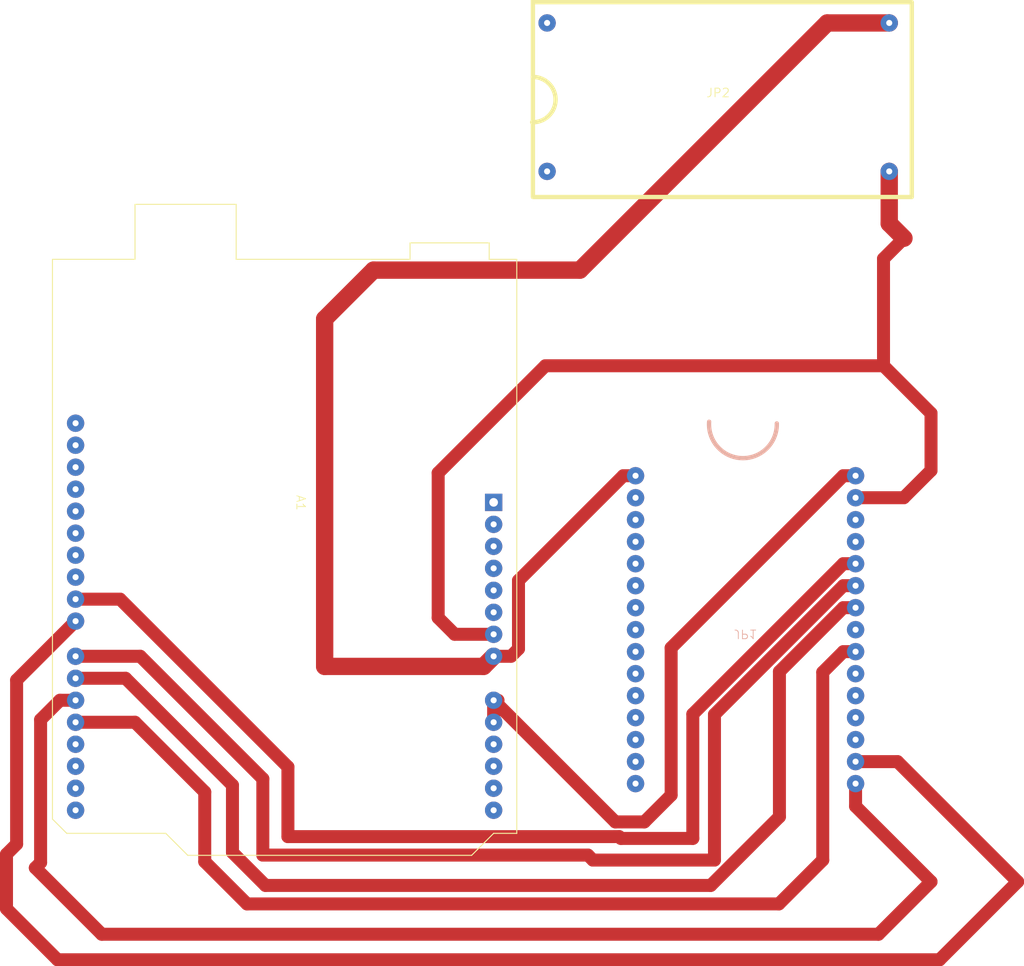
<source format=kicad_pcb>
(kicad_pcb (version 20221018) (generator pcbnew)
  (layers (0 "F.Cu" signal) (31 "B.Cu" signal) (34 "B.Paste" user) (35 "F.Paste" user) (36 "B.SilkS" user "B.Silkscreen") (37 "F.SilkS" user "F.Silkscreen") (38 "B.Mask" user) (39 "F.Mask" user) (44 "Edge.Cuts" user))
  (net 0 "")
  (net 7 "Net-(JP2-out-)")
  (net 8 "Net-(A1-VIN)")
  (net 9 "Net-(A1-A0)")
  (net 18 "Net-(A1-D4)")
  (net 19 "Net-(A1-D5)")
  (net 20 "Net-(A1-D6)")
  (net 21 "Net-(A1-D7)")
  (net 22 "Net-(A1-D8)")
  (net 23 "Net-(A1-D9)")
  (net 45 "VCC")
  (net 46 "GND")
  (footprint "Buck_Boost_Converter:Buck Converter" (layer "F.Cu") (at 115.4279 34.3841)
    (fp_text reference "JP2" (at 0 -0.5 unlocked) (layer "F.SilkS") (effects (font (thickness 0.1))))
    (fp_text value "~")
    (fp_rect (start -21.3868 -10.9728) (end 22.352 11.5316) (stroke (width 0.5)) (fill none) (layer "F.SilkS"))
    (fp_arc (start -21.3868 -2.3368) (mid -18.770995 0.324878) (end -21.477743 2.894019) (stroke (width 0.5)) (layer "F.SilkS"))
    (pad "1" thru_hole oval (at -19.7485 -8.5725) (size 2 2) (drill 0.7) (layers "*.Cu" "*.Mask") (net 45 "VCC"))
    (pad "2" thru_hole oval (at -19.7485 8.5725) (size 2 2) (drill 0.7) (layers "*.Cu" "*.Mask") (net 46 "GND"))
    (pad "3" thru_hole oval (at 19.7485 -8.5725) (size 2 2) (drill 0.7) (layers "*.Cu" "*.Mask") (net 8 "Net-(A1-VIN)"))
    (pad "4" thru_hole oval (at 19.7485 8.5725) (size 2 2) (drill 0.7) (layers "*.Cu" "*.Mask") (net 7 "Net-(JP2-out-)"))
  )
  (footprint "Monster_motor_shield:monster_motor_shield" (layer "F.Cu") (at 66.7488 81.2344 -90)
    (fp_text reference "A1" (at 0 -0.5 -90 unlocked) (layer "F.SilkS") (effects (font (thickness 0.1))))
    (fp_text value "Arduino_UNO_R2")
    (fp_line (start -34.4708 6.9616) (end -34.4708 18.6416) (stroke (width 0.12)) (layer "F.SilkS"))
    (fp_line (start -34.4708 18.6416) (end -28.1208 18.6416) (stroke (width 0.12)) (layer "F.SilkS"))
    (fp_line (start -30.0208 -22.2484) (end -30.0208 -13.1084) (stroke (width 0.12)) (layer "F.SilkS"))
    (fp_line (start -30.0208 -13.1084) (end -28.1208 -13.1084) (stroke (width 0.12)) (layer "F.SilkS"))
    (fp_line (start -28.1208 -25.4284) (end -28.1208 -22.2484) (stroke (width 0.12)) (layer "F.SilkS"))
    (fp_line (start -28.1208 -22.2484) (end -30.0208 -22.2484) (stroke (width 0.12)) (layer "F.SilkS"))
    (fp_line (start -28.1208 -13.1084) (end -28.1208 6.9616) (stroke (width 0.12)) (layer "F.SilkS"))
    (fp_line (start -28.1208 6.9616) (end -34.4708 6.9616) (stroke (width 0.12)) (layer "F.SilkS"))
    (fp_line (start -28.1208 18.6416) (end -28.1208 28.1716) (stroke (width 0.12)) (layer "F.SilkS"))
    (fp_line (start -28.1208 28.1716) (end 36.5292 28.1716) (stroke (width 0.12)) (layer "F.SilkS"))
    (fp_line (start 36.5292 28.1716) (end 38.1792 26.5216) (stroke (width 0.12)) (layer "F.SilkS"))
    (fp_line (start 38.1792 -25.4284) (end -28.1208 -25.4284) (stroke (width 0.12)) (layer "F.SilkS"))
    (fp_line (start 38.1792 -22.7584) (end 38.1792 -25.4284) (stroke (width 0.12)) (layer "F.SilkS"))
    (fp_line (start 38.1792 15.0916) (end 40.7192 12.5516) (stroke (width 0.12)) (layer "F.SilkS"))
    (fp_line (start 38.1792 26.5216) (end 38.1792 15.0916) (stroke (width 0.12)) (layer "F.SilkS"))
    (fp_line (start 40.7192 -20.2184) (end 38.1792 -22.7584) (stroke (width 0.12)) (layer "F.SilkS"))
    (fp_line (start 40.7192 12.5516) (end 40.7192 -20.2184) (stroke (width 0.12)) (layer "F.SilkS"))
    (pad "1" thru_hole rect (at -0.0508 -22.7584) (size 2 2) (drill 1) (layers "*.Cu" "*.Mask"))
    (pad "2" thru_hole oval (at 2.4892 -22.7584) (size 2 2) (drill 0.7) (layers "*.Cu" "*.Mask"))
    (pad "3" thru_hole oval (at 5.0292 -22.7584) (size 2 2) (drill 0.7) (layers "*.Cu" "*.Mask"))
    (pad "4" thru_hole oval (at 7.5692 -22.7584) (size 2 2) (drill 0.7) (layers "*.Cu" "*.Mask"))
    (pad "5" thru_hole oval (at 10.1092 -22.7584) (size 2 2) (drill 0.7) (layers "*.Cu" "*.Mask"))
    (pad "6" thru_hole oval (at 12.6492 -22.7584) (size 2 2) (drill 0.7) (layers "*.Cu" "*.Mask"))
    (pad "7" thru_hole oval (at 15.1892 -22.7584) (size 2 2) (drill 0.7) (layers "*.Cu" "*.Mask") (net 7 "Net-(JP2-out-)"))
    (pad "8" thru_hole oval (at 17.7292 -22.7584) (size 2 2) (drill 0.7) (layers "*.Cu" "*.Mask") (net 8 "Net-(A1-VIN)"))
    (pad "9" thru_hole oval (at 22.8092 -22.7584) (size 2 2) (drill 0.7) (layers "*.Cu" "*.Mask") (net 9 "Net-(A1-A0)"))
    (pad "10" thru_hole oval (at 25.3492 -22.7584) (size 2 2) (drill 0.7) (layers "*.Cu" "*.Mask") (net 9 "Net-(A1-A0)"))
    (pad "11" thru_hole oval (at 27.8892 -22.7584) (size 2 2) (drill 0.7) (layers "*.Cu" "*.Mask"))
    (pad "12" thru_hole oval (at 30.4292 -22.7584) (size 2 2) (drill 0.7) (layers "*.Cu" "*.Mask"))
    (pad "13" thru_hole oval (at 32.9692 -22.7584) (size 2 2) (drill 0.7) (layers "*.Cu" "*.Mask"))
    (pad "14" thru_hole oval (at 35.5092 -22.7584) (size 2 2) (drill 0.7) (layers "*.Cu" "*.Mask"))
    (pad "15" thru_hole oval (at 35.5092 25.5016) (size 2 2) (drill 0.7) (layers "*.Cu" "*.Mask"))
    (pad "16" thru_hole oval (at 32.9692 25.5016) (size 2 2) (drill 0.7) (layers "*.Cu" "*.Mask"))
    (pad "17" thru_hole oval (at 30.4292 25.5016) (size 2 2) (drill 0.7) (layers "*.Cu" "*.Mask"))
    (pad "18" thru_hole oval (at 27.8892 25.5016) (size 2 2) (drill 0.7) (layers "*.Cu" "*.Mask"))
    (pad "19" thru_hole oval (at 25.3492 25.5016) (size 2 2) (drill 0.7) (layers "*.Cu" "*.Mask") (net 18 "Net-(A1-D4)"))
    (pad "20" thru_hole oval (at 22.8092 25.5016) (size 2 2) (drill 0.7) (layers "*.Cu" "*.Mask") (net 19 "Net-(A1-D5)"))
    (pad "21" thru_hole oval (at 20.2692 25.5016) (size 2 2) (drill 0.7) (layers "*.Cu" "*.Mask") (net 20 "Net-(A1-D6)"))
    (pad "22" thru_hole oval (at 17.7292 25.5016) (size 2 2) (drill 0.7) (layers "*.Cu" "*.Mask") (net 21 "Net-(A1-D7)"))
    (pad "23" thru_hole oval (at 13.6692 25.5016) (size 2 2) (drill 0.7) (layers "*.Cu" "*.Mask") (net 22 "Net-(A1-D8)"))
    (pad "24" thru_hole oval (at 11.1292 25.5016) (size 2 2) (drill 0.7) (layers "*.Cu" "*.Mask") (net 23 "Net-(A1-D9)"))
    (pad "25" thru_hole oval (at 8.5892 25.5016) (size 2 2) (drill 0.7) (layers "*.Cu" "*.Mask"))
    (pad "26" thru_hole oval (at 6.0492 25.5016) (size 2 2) (drill 0.7) (layers "*.Cu" "*.Mask"))
    (pad "27" thru_hole oval (at 3.5092 25.5016) (size 2 2) (drill 0.7) (layers "*.Cu" "*.Mask"))
    (pad "28" thru_hole oval (at 0.9692 25.5016) (size 2 2) (drill 0.7) (layers "*.Cu" "*.Mask"))
    (pad "29" thru_hole oval (at -1.5708 25.5016) (size 2 2) (drill 0.7) (layers "*.Cu" "*.Mask"))
    (pad "30" thru_hole oval (at -4.1108 25.5016) (size 2 2) (drill 0.7) (layers "*.Cu" "*.Mask"))
    (pad "31" thru_hole oval (at -6.6508 25.5016) (size 2 2) (drill 0.7) (layers "*.Cu" "*.Mask"))
    (pad "32" thru_hole oval (at -9.1908 25.5016) (size 2 2) (drill 0.7) (layers "*.Cu" "*.Mask"))
  )
  (footprint "ESP32_module:esp32_module" (layer "B.Cu") (at 118.4378 95.9918)
    (fp_text reference "JP1" (at 0.1524 0.3984 180 unlocked) (layer "B.SilkS") (effects (font (thickness 0.1)) (justify mirror)))
    (fp_text value "~")
    (fp_arc (start 3.7592 -23.9268) (mid -0.249891 -19.913496) (end -4.054082 -24.12153) (stroke (width 0.5)) (layer "B.SilkS"))
    (pad "1" thru_hole oval (at -12.5476 17.6784 270) (size 2 2) (drill 0.7) (layers "*.Cu" "*.Mask"))
    (pad "2" thru_hole oval (at -12.5476 15.1384 270) (size 2 2) (drill 0.7) (layers "*.Cu" "*.Mask"))
    (pad "3" thru_hole oval (at -12.5476 12.5984 270) (size 2 2) (drill 0.7) (layers "*.Cu" "*.Mask"))
    (pad "4" thru_hole oval (at -12.5476 10.0584 270) (size 2 2) (drill 0.7) (layers "*.Cu" "*.Mask"))
    (pad "5" thru_hole oval (at -12.5476 7.5184 270) (size 2 2) (drill 0.7) (layers "*.Cu" "*.Mask"))
    (pad "6" thru_hole oval (at -12.5476 4.9784 270) (size 2 2) (drill 0.7) (layers "*.Cu" "*.Mask"))
    (pad "7" thru_hole oval (at -12.5476 2.4384 270) (size 2 2) (drill 0.7) (layers "*.Cu" "*.Mask"))
    (pad "8" thru_hole oval (at -12.5476 -0.1016 270) (size 2 2) (drill 0.7) (layers "*.Cu" "*.Mask"))
    (pad "9" thru_hole oval (at -12.5476 -2.6416 270) (size 2 2) (drill 0.7) (layers "*.Cu" "*.Mask"))
    (pad "10" thru_hole oval (at -12.5476 -5.1816 270) (size 2 2) (drill 0.7) (layers "*.Cu" "*.Mask"))
    (pad "11" thru_hole oval (at -12.5476 -7.7216 270) (size 2 2) (drill 0.7) (layers "*.Cu" "*.Mask"))
    (pad "12" thru_hole oval (at -12.5476 -10.2616 270) (size 2 2) (drill 0.7) (layers "*.Cu" "*.Mask"))
    (pad "13" thru_hole oval (at -12.5476 -12.8016 270) (size 2 2) (drill 0.7) (layers "*.Cu" "*.Mask"))
    (pad "14" thru_hole oval (at -12.5476 -15.3416 270) (size 2 2) (drill 0.7) (layers "*.Cu" "*.Mask"))
    (pad "15" thru_hole oval (at -12.5476 -17.8816 270) (size 2 2) (drill 0.7) (layers "*.Cu" "*.Mask") (net 8 "Net-(A1-VIN)"))
    (pad "16" thru_hole oval (at 12.8524 -17.8816 270) (size 2 2) (drill 0.7) (layers "*.Cu" "*.Mask") (net 9 "Net-(A1-A0)"))
    (pad "17" thru_hole oval (at 12.8524 -15.3416 270) (size 2 2) (drill 0.7) (layers "*.Cu" "*.Mask") (net 7 "Net-(JP2-out-)"))
    (pad "18" thru_hole oval (at 12.8524 -12.8016 270) (size 2 2) (drill 0.7) (layers "*.Cu" "*.Mask"))
    (pad "19" thru_hole oval (at 12.8524 -10.2616 270) (size 2 2) (drill 0.7) (layers "*.Cu" "*.Mask"))
    (pad "20" thru_hole oval (at 12.8524 -7.7216 270) (size 2 2) (drill 0.7) (layers "*.Cu" "*.Mask") (net 23 "Net-(A1-D9)"))
    (pad "21" thru_hole oval (at 12.8524 -5.1816 270) (size 2 2) (drill 0.7) (layers "*.Cu" "*.Mask") (net 21 "Net-(A1-D7)"))
    (pad "22" thru_hole oval (at 12.8524 -2.6416 270) (size 2 2) (drill 0.7) (layers "*.Cu" "*.Mask") (net 20 "Net-(A1-D6)"))
    (pad "23" thru_hole oval (at 12.8524 -0.1016 270) (size 2 2) (drill 0.7) (layers "*.Cu" "*.Mask"))
    (pad "24" thru_hole oval (at 12.8524 2.4384 270) (size 2 2) (drill 0.7) (layers "*.Cu" "*.Mask") (net 18 "Net-(A1-D4)"))
    (pad "25" thru_hole oval (at 12.8524 4.9784 270) (size 2 2) (drill 0.7) (layers "*.Cu" "*.Mask"))
    (pad "26" thru_hole oval (at 12.8524 7.5184 270) (size 2 2) (drill 0.7) (layers "*.Cu" "*.Mask"))
    (pad "27" thru_hole oval (at 12.8524 10.0584 270) (size 2 2) (drill 0.7) (layers "*.Cu" "*.Mask"))
    (pad "28" thru_hole oval (at 12.8524 12.5984 270) (size 2 2) (drill 0.7) (layers "*.Cu" "*.Mask"))
    (pad "29" thru_hole oval (at 12.8524 15.1384 270) (size 2 2) (drill 0.7) (layers "*.Cu" "*.Mask") (net 22 "Net-(A1-D8)"))
    (pad "30" thru_hole oval (at 12.8524 17.6784 270) (size 2 2) (drill 0.7) (layers "*.Cu" "*.Mask") (net 19 "Net-(A1-D5)"))
  )
  (segment (start 83.1064 94.5186) (end 83.1064 77.78) (width 1.5) (layer "F.Cu") (net 7))
  (segment (start 83.1064 77.78) (end 95.4762 65.4102) (width 1.5) (layer "F.Cu") (net 7))
  (segment (start 140 77.5) (end 136.8498 80.6502) (width 1.5) (layer "F.Cu") (net 7))
  (segment (start 134.516 65.4102) (end 140 70.8942) (width 1.5) (layer "F.Cu") (net 7))
  (segment (start 134.516 65.4102) (end 134.516 53.0404) (width 1.5) (layer "F.Cu") (net 7))
  (segment (start 89.5072 96.4236) (end 85.0114 96.4236) (width 1.5) (layer "F.Cu") (net 7))
  (segment (start 95.4762 65.4102) (end 134.516 65.4102) (width 1.5) (layer "F.Cu") (net 7))
  (segment (start 136.8498 80.6502) (end 131.2902 80.6502) (width 1.5) (layer "F.Cu") (net 7))
  (segment (start 135.1764 48.9764) (end 136.8782 50.6782) (width 2) (layer "F.Cu") (net 7))
  (segment (start 134.516 53.0404) (end 136.8782 50.6782) (width 1.5) (layer "F.Cu") (net 7))
  (segment (start 85.0114 96.4236) (end 83.1064 94.5186) (width 1.5) (layer "F.Cu") (net 7))
  (segment (start 140 70.8942) (end 140 77.5) (width 1.5) (layer "F.Cu") (net 7))
  (segment (start 135.1764 42.9566) (end 135.1764 48.9764) (width 2) (layer "F.Cu") (net 7))
  (segment (start 89.5072 98.9636) (end 91.5138 98.9636) (width 1.5) (layer "F.Cu") (net 8))
  (segment (start 135.1764 25.8116) (end 128.0136 25.8116) (width 2) (layer "F.Cu") (net 8))
  (segment (start 99.464 54.3612) (end 75.6388 54.3612) (width 2) (layer "F.Cu") (net 8))
  (segment (start 75.6388 54.3612) (end 70 60) (width 2) (layer "F.Cu") (net 8))
  (segment (start 128.0136 25.8116) (end 99.464 54.3612) (width 2) (layer "F.Cu") (net 8))
  (segment (start 104.475987 78.1102) (end 105.8902 78.1102) (width 1.5) (layer "F.Cu") (net 8))
  (segment (start 92.3774 90.208787) (end 104.475987 78.1102) (width 1.5) (layer "F.Cu") (net 8))
  (segment (start 70 60) (end 70 100.132) (width 2) (layer "F.Cu") (net 8))
  (segment (start 70 100.132) (end 88.3388 100.132) (width 2) (layer "F.Cu") (net 8))
  (segment (start 91.5138 98.9636) (end 92.3774 98.1) (width 1.5) (layer "F.Cu") (net 8))
  (segment (start 88.3388 100.132) (end 89.5072 98.9636) (width 2) (layer "F.Cu") (net 8))
  (segment (start 92.3774 98.1) (end 92.3774 90.208787) (width 1.5) (layer "F.Cu") (net 8))
  (segment (start 103.5552 118.0916) (end 106.9084 118.0916) (width 1.5) (layer "F.Cu") (net 9))
  (segment (start 106.9084 118.0916) (end 110 115) (width 1.5) (layer "F.Cu") (net 9))
  (segment (start 89.5072 106.5836) (end 89.5072 104.0436) (width 1.5) (layer "F.Cu") (net 9))
  (segment (start 89.5072 104.0436) (end 103.5552 118.0916) (width 1.5) (layer "F.Cu") (net 9))
  (segment (start 110 115) (end 110 97.986187) (width 1.5) (layer "F.Cu") (net 9))
  (segment (start 89.5072 104.0436) (end 90.0152 104.0436) (width 1.5) (layer "F.Cu") (net 9))
  (segment (start 110 97.986187) (end 129.875987 78.1102) (width 1.5) (layer "F.Cu") (net 9))
  (segment (start 129.875987 78.1102) (end 131.2902 78.1102) (width 1.5) (layer "F.Cu") (net 9))
  (segment (start 129.875987 98.4302) (end 131.2902 98.4302) (width 1.5) (layer "F.Cu") (net 18))
  (segment (start 61.0338 127.564) (end 122.436 127.564) (width 1.5) (layer "F.Cu") (net 18))
  (segment (start 122.436 127.564) (end 127.5 122.5) (width 1.5) (layer "F.Cu") (net 18))
  (segment (start 48.1052 106.5836) (end 56.157 114.6354) (width 1.5) (layer "F.Cu") (net 18))
  (segment (start 56.157 114.6354) (end 56.157 122.6872) (width 1.5) (layer "F.Cu") (net 18))
  (segment (start 127.5 122.5) (end 127.5 100.806187) (width 1.5) (layer "F.Cu") (net 18))
  (segment (start 41.2472 106.5836) (end 48.1052 106.5836) (width 1.5) (layer "F.Cu") (net 18))
  (segment (start 56.157 122.6872) (end 61.0338 127.564) (width 1.5) (layer "F.Cu") (net 18))
  (segment (start 127.5 100.806187) (end 129.875987 98.4302) (width 1.5) (layer "F.Cu") (net 18))
  (segment (start 37.2086 106.2788) (end 37.2086 122.7888) (width 1.5) (layer "F.Cu") (net 19))
  (segment (start 36.599 123.3984) (end 44.2698 131.0692) (width 1.5) (layer "F.Cu") (net 19))
  (segment (start 39.4438 104.0436) (end 37.2086 106.2788) (width 1.5) (layer "F.Cu") (net 19))
  (segment (start 44.2698 131.0692) (end 133.9308 131.0692) (width 1.5) (layer "F.Cu") (net 19))
  (segment (start 140 125) (end 131.2902 116.2902) (width 1.5) (layer "F.Cu") (net 19))
  (segment (start 133.9308 131.0692) (end 140 125) (width 1.5) (layer "F.Cu") (net 19))
  (segment (start 37.2086 122.7888) (end 36.599 123.3984) (width 1.5) (layer "F.Cu") (net 19))
  (segment (start 131.2902 116.2902) (end 131.2902 113.6702) (width 1.5) (layer "F.Cu") (net 19))
  (segment (start 41.2472 104.0436) (end 39.4438 104.0436) (width 1.5) (layer "F.Cu") (net 19))
  (segment (start 47.013 101.5036) (end 59.3574 113.848) (width 1.5) (layer "F.Cu") (net 20))
  (segment (start 114.5696 125.4304) (end 122.5 117.5) (width 1.5) (layer "F.Cu") (net 20))
  (segment (start 129.875987 93.3502) (end 131.2902 93.3502) (width 1.5) (layer "F.Cu") (net 20))
  (segment (start 63.1674 125.4304) (end 114.5696 125.4304) (width 1.5) (layer "F.Cu") (net 20))
  (segment (start 41.2472 101.5036) (end 47.013 101.5036) (width 1.5) (layer "F.Cu") (net 20))
  (segment (start 59.3574 113.848) (end 59.3574 121.6204) (width 1.5) (layer "F.Cu") (net 20))
  (segment (start 122.5 117.5) (end 122.5 100.726187) (width 1.5) (layer "F.Cu") (net 20))
  (segment (start 59.3574 121.6204) (end 63.1674 125.4304) (width 1.5) (layer "F.Cu") (net 20))
  (segment (start 122.5 100.726187) (end 129.875987 93.3502) (width 1.5) (layer "F.Cu") (net 20))
  (segment (start 41.2472 98.9636) (end 48.7148 98.9636) (width 1.5) (layer "F.Cu") (net 21))
  (segment (start 100.392917 121.9252) (end 100.967717 122.5) (width 1.5) (layer "F.Cu") (net 21))
  (segment (start 62.8626 113.1114) (end 62.8626 121.9252) (width 1.5) (layer "F.Cu") (net 21))
  (segment (start 129.875987 90.8102) (end 131.2902 90.8102) (width 1.5) (layer "F.Cu") (net 21))
  (segment (start 100.967717 122.5) (end 115 122.5) (width 1.5) (layer "F.Cu") (net 21))
  (segment (start 115 122.5) (end 115 105.686187) (width 1.5) (layer "F.Cu") (net 21))
  (segment (start 48.7148 98.9636) (end 62.8626 113.1114) (width 1.5) (layer "F.Cu") (net 21))
  (segment (start 115 105.686187) (end 129.875987 90.8102) (width 1.5) (layer "F.Cu") (net 21))
  (segment (start 62.8626 121.9252) (end 100.392917 121.9252) (width 1.5) (layer "F.Cu") (net 21))
  (segment (start 34.44 120.6552) (end 33.2716 121.8236) (width 1.5) (layer "F.Cu") (net 22))
  (segment (start 33.2716 128.1228) (end 39.1644 134.0156) (width 1.5) (layer "F.Cu") (net 22))
  (segment (start 140.9844 134.0156) (end 150 125) (width 1.5) (layer "F.Cu") (net 22))
  (segment (start 33.2716 121.8236) (end 33.2716 128.1228) (width 1.5) (layer "F.Cu") (net 22))
  (segment (start 136.1302 111.1302) (end 131.2902 111.1302) (width 1.5) (layer "F.Cu") (net 22))
  (segment (start 41.2472 94.9036) (end 34.44 101.7108) (width 1.5) (layer "F.Cu") (net 22))
  (segment (start 34.44 101.7108) (end 34.44 120.6552) (width 1.5) (layer "F.Cu") (net 22))
  (segment (start 39.1644 134.0156) (end 140.9844 134.0156) (width 1.5) (layer "F.Cu") (net 22))
  (segment (start 150 125) (end 136.1302 111.1302) (width 1.5) (layer "F.Cu") (net 22))
  (segment (start 41.2472 92.3636) (end 46.382 92.3636) (width 1.5) (layer "F.Cu") (net 23))
  (segment (start 103.9916 119.7916) (end 104.2 120) (width 1.5) (layer "F.Cu") (net 23))
  (segment (start 46.382 92.3636) (end 65.7582 111.7398) (width 1.5) (layer "F.Cu") (net 23))
  (segment (start 129.875987 88.2702) (end 131.2902 88.2702) (width 1.5) (layer "F.Cu") (net 23))
  (segment (start 112.5 120) (end 112.5 105.646187) (width 1.5) (layer "F.Cu") (net 23))
  (segment (start 65.7582 111.7398) (end 65.7582 119.7916) (width 1.5) (layer "F.Cu") (net 23))
  (segment (start 112.5 105.646187) (end 129.875987 88.2702) (width 1.5) (layer "F.Cu") (net 23))
  (segment (start 104.2 120) (end 112.5 120) (width 1.5) (layer "F.Cu") (net 23))
  (segment (start 65.7582 119.7916) (end 103.9916 119.7916) (width 1.5) (layer "F.Cu") (net 23))
)
</source>
